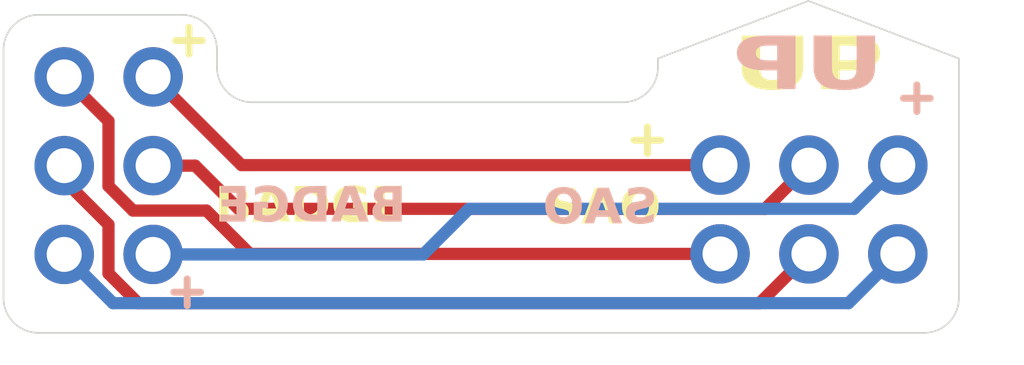
<source format=kicad_pcb>
(kicad_pcb (version 20240108) (generator "pcbnew") (generator_version "8.0")
  (title_block (title "Supercon8 SAO Up") (date "11/01/2024") (rev "1.0"))
  (layers (0 "F.Cu" signal) (31 "B.Cu" signal) (34 "B.Paste" user) (35 "F.Paste" user) (36 "B.SilkS" user "B.Silkscreen") (37 "F.SilkS" user "F.Silkscreen") (38 "B.Mask" user) (39 "F.Mask" user) (44 "Edge.Cuts" user))
  (net 0 "")
  (net 1 "Net-(J1-Pin_5)")
  (net 2 "Net-(J1-Pin_1)")
  (net 3 "Net-(J1-Pin_3)")
  (net 4 "Net-(J1-Pin_6)")
  (net 5 "Net-(J1-Pin_4)")
  (net 6 "GND")
  (footprint "Connector_PinSocket_2.54mm:PinSocket_2x03_P2.54mm_Vertical" (layer "F.Cu") (at 161.375 101.5 90)
    (property "Reference" "J2" (hide yes))
    (property "Value" "SAO")
    (pad "1" thru_hole circle (at 0 0 90) (size 1.7 1.7) (drill 1) (layers "*.Cu" "*.Mask") (net 2 "Net-(J1-Pin_1)"))
    (pad "2" thru_hole oval (at -2.54 0 90) (size 1.7 1.7) (drill 1) (layers "*.Cu" "*.Mask") (net 6 "GND"))
    (pad "3" thru_hole oval (at 0 2.54 90) (size 1.7 1.7) (drill 1) (layers "*.Cu" "*.Mask") (net 3 "Net-(J1-Pin_3)"))
    (pad "4" thru_hole oval (at -2.54 2.54 90) (size 1.7 1.7) (drill 1) (layers "*.Cu" "*.Mask") (net 5 "Net-(J1-Pin_4)"))
    (pad "5" thru_hole oval (at 0 5.08 90) (size 1.7 1.7) (drill 1) (layers "*.Cu" "*.Mask") (net 1 "Net-(J1-Pin_5)"))
    (pad "6" thru_hole oval (at -2.54 5.08 90) (size 1.7 1.7) (drill 1) (layers "*.Cu" "*.Mask") (net 4 "Net-(J1-Pin_6)"))
  )
  (footprint "Connector_PinHeader_2.54mm:PinHeader_2x03_P2.54mm_Vertical" (layer "B.Cu") (at 145.175 98.975 180)
    (property "Reference" "J1" (hide yes))
    (property "Value" "Badge")
    (pad "1" thru_hole circle (at 0 0 180) (size 1.7 1.7) (drill 1) (layers "*.Cu" "*.Mask") (net 2 "Net-(J1-Pin_1)"))
    (pad "2" thru_hole oval (at 2.54 0 180) (size 1.7 1.7) (drill 1) (layers "*.Cu" "*.Mask") (net 6 "GND"))
    (pad "3" thru_hole oval (at 0 -2.54 180) (size 1.7 1.7) (drill 1) (layers "*.Cu" "*.Mask") (net 3 "Net-(J1-Pin_3)"))
    (pad "4" thru_hole oval (at 2.54 -2.54 180) (size 1.7 1.7) (drill 1) (layers "*.Cu" "*.Mask") (net 5 "Net-(J1-Pin_4)"))
    (pad "5" thru_hole oval (at 0 -5.08 180) (size 1.7 1.7) (drill 1) (layers "*.Cu" "*.Mask") (net 1 "Net-(J1-Pin_5)"))
    (pad "6" thru_hole oval (at 2.54 -5.08 180) (size 1.7 1.7) (drill 1) (layers "*.Cu" "*.Mask") (net 4 "Net-(J1-Pin_6)"))
  )
  (gr_line (start 168.2 98.45) (end 168.2 105.3) (stroke (width 0.05)) (layer "Edge.Cuts"))
  (gr_line (start 158.6 99.7) (end 148 99.7) (stroke (width 0.05)) (layer "Edge.Cuts"))
  (gr_arc (start 146 97.2) (mid 146.707107 97.492893) (end 147 98.2) (stroke (width 0.05)) (layer "Edge.Cuts"))
  (gr_arc (start 140.9 98.2) (mid 141.192893 97.492893) (end 141.9 97.2) (stroke (width 0.05)) (layer "Edge.Cuts"))
  (gr_line (start 141.9 97.2) (end 146 97.2) (stroke (width 0.05)) (layer "Edge.Cuts"))
  (gr_line (start 140.9 105.3) (end 140.9 98.2) (stroke (width 0.05)) (layer "Edge.Cuts"))
  (gr_arc (start 148 99.7) (mid 147.292893 99.407107) (end 147 98.7) (stroke (width 0.05)) (layer "Edge.Cuts"))
  (gr_line (start 159.6 98.45) (end 159.6 98.7) (stroke (width 0.05)) (layer "Edge.Cuts"))
  (gr_line (start 163.9 96.8) (end 168.2 98.45) (stroke (width 0.05)) (layer "Edge.Cuts"))
  (gr_arc (start 141.9 106.3) (mid 141.192893 106.007107) (end 140.9 105.3) (stroke (width 0.05)) (layer "Edge.Cuts"))
  (gr_arc (start 168.2 105.3) (mid 167.907107 106.007107) (end 167.2 106.3) (stroke (width 0.05)) (layer "Edge.Cuts"))
  (gr_arc (start 159.6 98.7) (mid 159.307107 99.407107) (end 158.6 99.7) (stroke (width 0.05)) (layer "Edge.Cuts"))
  (gr_line (start 167.2 106.3) (end 141.9 106.3) (stroke (width 0.05)) (layer "Edge.Cuts"))
  (gr_line (start 147 98.7) (end 147 98.2) (stroke (width 0.05)) (layer "Edge.Cuts"))
  (gr_line (start 159.6 98.45) (end 163.9 96.8) (stroke (width 0.05)) (layer "Edge.Cuts"))
  (gr_text "+" (at 167.75 100.1 0) (layer "B.SilkS") (effects (font (size 1 1) (thickness 0.2) (bold yes)) (justify left bottom mirror)))
  (gr_text "+" (at 146.9 105.65 0) (layer "B.SilkS") (effects (font (size 1 1) (thickness 0.2) (bold yes)) (justify left bottom mirror)))
  (gr_text "SAO" (at 157.95 102.75 0) (layer "B.SilkS") (effects (font (size 1 1) (thickness 0.2) (bold yes)) (justify mirror)))
  (gr_text "BADGE" (at 149.7 102.7 0) (layer "B.SilkS") (effects (font (size 1 1) (thickness 0.2) (bold yes)) (justify mirror)))
  (gr_text "UP" (at 163.9 98.7 -0) (layer "B.SilkS") (effects (font (size 1.5 2) (thickness 0.375) (bold yes)) (justify mirror)))
  (gr_text "SAO" (at 158.05 102.75 0) (layer "F.SilkS") (effects (font (size 1 1) (thickness 0.2) (bold yes))))
  (gr_text "+" (at 145.45 98.45 -0) (layer "F.SilkS") (effects (font (size 1 1) (thickness 0.2) (bold yes)) (justify left bottom)))
  (gr_text "BADGE" (at 149.65 102.7 0) (layer "F.SilkS") (effects (font (size 1 1) (thickness 0.2) (bold yes))))
  (gr_text "UP" (at 163.9 98.7 0) (layer "F.SilkS") (effects (font (size 1.5 2) (thickness 0.375) (bold yes))))
  (gr_text "+" (at 158.55 101.3 -0) (layer "F.SilkS") (effects (font (size 1 1) (thickness 0.2) (bold yes)) (justify left bottom)))
  (segment (start 152.895 104.055) (end 154.2 102.75) (width 0.35) (layer "B.Cu") (net 1))
  (segment (start 145.175 104.055) (end 152.895 104.055) (width 0.35) (layer "B.Cu") (net 1))
  (segment (start 165.205 102.75) (end 154.2 102.75) (width 0.35) (layer "B.Cu") (net 1))
  (segment (start 166.455 101.5) (end 165.205 102.75) (width 0.35) (layer "B.Cu") (net 1))
  (segment (start 161.375 101.5) (end 147.7 101.5) (width 0.35) (layer "F.Cu") (net 2))
  (segment (start 147.7 101.5) (end 145.175 98.975) (width 0.35) (layer "F.Cu") (net 2))
  (segment (start 162.665 102.75) (end 163.915 101.5) (width 0.35) (layer "F.Cu") (net 3))
  (segment (start 146.377081 101.515) (end 147.612081 102.75) (width 0.35) (layer "F.Cu") (net 3))
  (segment (start 145.175 101.515) (end 146.377081 101.515) (width 0.35) (layer "F.Cu") (net 3))
  (segment (start 147.612081 102.75) (end 162.665 102.75) (width 0.35) (layer "F.Cu") (net 3))
  (segment (start 165.045 105.45) (end 166.455 104.04) (width 0.35) (layer "B.Cu") (net 4))
  (segment (start 142.635 104.055) (end 144.03 105.45) (width 0.35) (layer "B.Cu") (net 4))
  (segment (start 144.03 105.45) (end 165.045 105.45) (width 0.35) (layer "B.Cu") (net 4))
  (segment (start 144.75 105.45) (end 143.9 104.6) (width 0.35) (layer "F.Cu") (net 5))
  (segment (start 163.915 104.04) (end 162.505 105.45) (width 0.35) (layer "F.Cu") (net 5))
  (segment (start 143.9 104.6) (end 143.9 103.2) (width 0.35) (layer "F.Cu") (net 5))
  (segment (start 142.635 101.935) (end 142.635 101.515) (width 0.35) (layer "F.Cu") (net 5))
  (segment (start 143.9 103.2) (end 142.635 101.935) (width 0.35) (layer "F.Cu") (net 5))
  (segment (start 162.505 105.45) (end 144.75 105.45) (width 0.35) (layer "F.Cu") (net 5))
  (segment (start 143.9 102.1) (end 143.9 100.24) (width 0.35) (layer "F.Cu") (net 6))
  (segment (start 144.6 102.8) (end 143.9 102.1) (width 0.35) (layer "F.Cu") (net 6))
  (segment (start 147.94 104.04) (end 146.7 102.8) (width 0.35) (layer "F.Cu") (net 6))
  (segment (start 146.7 102.8) (end 144.6 102.8) (width 0.35) (layer "F.Cu") (net 6))
  (segment (start 143.9 100.24) (end 142.635 98.975) (width 0.35) (layer "F.Cu") (net 6))
  (segment (start 161.375 104.04) (end 147.94 104.04) (width 0.35) (layer "F.Cu") (net 6))
)
</source>
